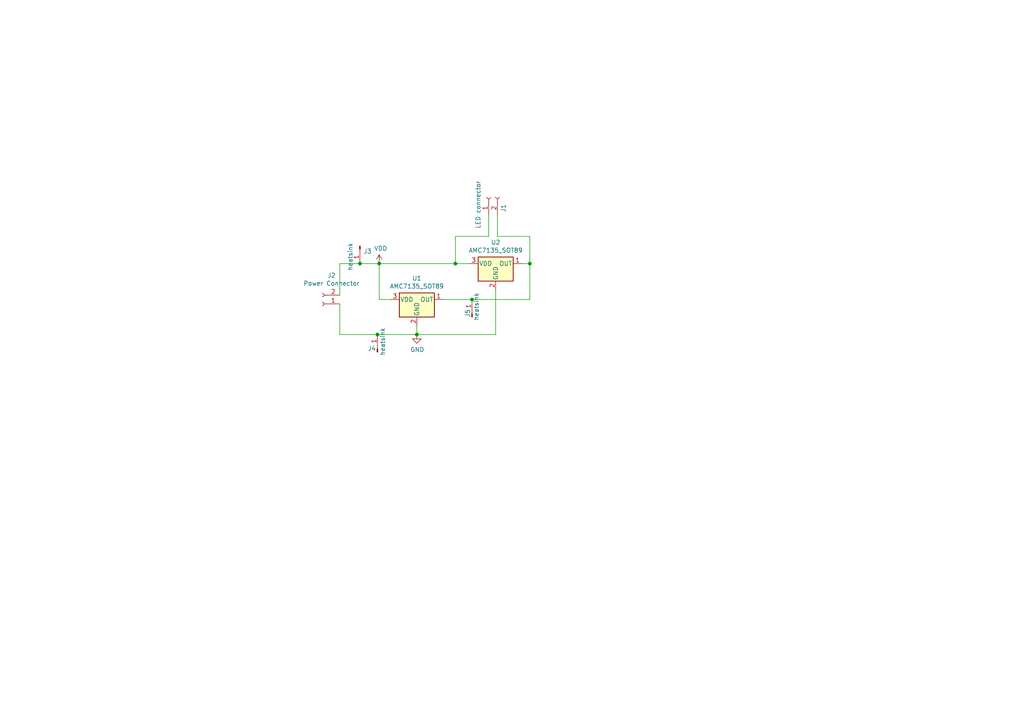
<source format=kicad_sch>
(kicad_sch (version 20230121) (generator eeschema)
  (paper "A4")
  (lib_symbols
    (symbol "amc7135_3w_driver-rescue:AMC7135_SOT89-freetronics_schematic" (pin_names (offset 0.254))
      (property "Reference" "U" (at -3.81 3.175 0))
      (property "Value" "freetronics_schematic_AMC7135_SOT89" (at -0.635 3.175 0))
      (symbol "AMC7135_SOT89-freetronics_schematic_0_1"
        (rectangle (start -5.08 1.905) (end 5.08 -5.08) (stroke (width 0.254)) (fill (type background)))
      )
      (symbol "AMC7135_SOT89-freetronics_schematic_1_1"
        (pin power_out line (at 7.62 0 180) (length 2.54) (name "OUT") (number "1"))
        (pin power_in line (at 0 -7.62 90) (length 2.54) (name "GND") (number "2"))
        (pin power_in line (at -7.62 0 0) (length 2.54) (name "VDD") (number "3"))
      )
    )
    (symbol "amc7135_3w_driver-rescue:Conn_01x01_Male-Connector" (pin_names (offset 1.016) hide)
      (property "Reference" "J" (at 0 2.54 0))
      (property "Value" "Connector_Conn_01x01_Male" (at 0 -2.54 0))
      (symbol "Conn_01x01_Male-Connector_1_1"
        (polyline (pts (xy 1.27 0) (xy 0.8636 0)) (stroke (width 0.1524)))
        (rectangle (start 0.8636 0.127) (end 0 -0.127) (stroke (width 0.1524)) (fill (type outline)))
        (pin passive line (at 5.08 0 180) (length 3.81) (name "Pin_1") (number "1"))
      )
    )
    (symbol "amc7135_3w_driver-rescue:Conn_01x02_Female-Connector" (pin_names (offset 1.016) hide)
      (property "Reference" "J" (at 0 2.54 0))
      (property "Value" "Connector_Conn_01x02_Female" (at 0 -5.08 0))
      (symbol "Conn_01x02_Female-Connector_1_1"
        (arc (start 0 -2.032) (mid -0.5058 -2.54) (end 0 -3.048) (stroke (width 0.1524)))
        (polyline (pts (xy -1.27 -2.54) (xy -0.508 -2.54)) (stroke (width 0.1524)))
        (polyline (pts (xy -1.27 0) (xy -0.508 0)) (stroke (width 0.1524)))
        (arc (start 0 0.508) (mid -0.5058 0) (end 0 -0.508) (stroke (width 0.1524)))
        (pin passive line (at -5.08 0 0) (length 3.81) (name "Pin_1") (number "1"))
        (pin passive line (at -5.08 -2.54 0) (length 3.81) (name "Pin_2") (number "2"))
      )
    )
    (symbol "power:GND" (power) (pin_names (offset 0))
      (property "Value" "GND" (at 0 -3.81 0))
      (symbol "GND_0_1"
        (polyline (pts (xy 0 0) (xy 0 -1.27) (xy 1.27 -1.27) (xy 0 -2.54) (xy -1.27 -1.27) (xy 0 -1.27)))
      )
      (symbol "GND_1_1"
        (pin power_in line (at 0 0 270) (length 0) hide (name "GND") (number "1"))
      )
    )
    (symbol "power:VDD" (power) (pin_names (offset 0))
      (property "Value" "VDD" (at 0 3.81 0))
      (symbol "VDD_0_1"
        (polyline (pts (xy -0.762 1.27) (xy 0 2.54)))
        (polyline (pts (xy 0 0) (xy 0 2.54)))
        (polyline (pts (xy 0 2.54) (xy 0.762 1.27)))
      )
      (symbol "VDD_1_1"
        (pin power_in line (at 0 0 90) (length 0) hide (name "VDD") (number "1"))
      )
    )
  )
  (junction (at 109.474 97.028))
  (junction (at 104.394 76.454))
  (junction (at 153.67 76.454))
  (junction (at 136.906 86.868))
  (junction (at 132.08 76.454))
  (junction (at 120.904 97.028))
  (junction (at 109.982 76.454))
  (wire (pts (xy 151.384 76.454) (xy 153.67 76.454)))
  (wire (pts (xy 98.552 76.454) (xy 98.552 85.598)))
  (wire (pts (xy 109.982 86.868) (xy 113.284 86.868)))
  (wire (pts (xy 153.67 76.454) (xy 153.67 86.868)))
  (wire (pts (xy 104.394 76.454) (xy 109.982 76.454)))
  (wire (pts (xy 144.272 68.58) (xy 144.272 62.23)))
  (wire (pts (xy 98.552 97.028) (xy 109.474 97.028)))
  (wire (pts (xy 128.524 86.868) (xy 136.906 86.868)))
  (wire (pts (xy 109.982 76.454) (xy 132.08 76.454)))
  (wire (pts (xy 132.08 68.58) (xy 132.08 76.454)))
  (wire (pts (xy 153.67 68.58) (xy 153.67 76.454)))
  (wire (pts (xy 141.732 68.58) (xy 132.08 68.58)))
  (wire (pts (xy 136.906 86.868) (xy 153.67 86.868)))
  (wire (pts (xy 136.144 76.454) (xy 132.08 76.454)))
  (wire (pts (xy 143.764 84.074) (xy 143.764 97.028)))
  (wire (pts (xy 120.904 94.488) (xy 120.904 97.028)))
  (wire (pts (xy 104.394 76.454) (xy 98.552 76.454)))
  (wire (pts (xy 98.552 88.138) (xy 98.552 97.028)))
  (wire (pts (xy 109.474 97.028) (xy 120.904 97.028)))
  (wire (pts (xy 109.982 76.454) (xy 109.982 86.868)))
  (wire (pts (xy 141.732 62.23) (xy 141.732 68.58)))
  (wire (pts (xy 143.764 97.028) (xy 120.904 97.028)))
  (wire (pts (xy 144.272 68.58) (xy 153.67 68.58)))
  (symbol (lib_id "amc7135_3w_driver-rescue:Conn_01x01_Male-Connector") (at 109.474 102.108 90) (unit 1)
    (property "Reference" "J4" (at 106.68 101.092 90) (effects (justify right)))
    (property "Value" "heatsink" (at 110.998 94.996 0) (effects (justify right)))
    (property "Footprint" "Connector_Pin:Pin_D1.0mm_L10.0mm_LooseFit" (effects hide))
  )
  (symbol (lib_id "amc7135_3w_driver-rescue:Conn_01x01_Male-Connector") (at 104.394 71.374 270) (unit 1)
    (property "Reference" "J3" (at 105.41 72.898 90) (effects (justify left)))
    (property "Value" "heatsink" (at 101.6 70.358 0) (effects (justify left)))
    (property "Footprint" "Connector_Pin:Pin_D1.0mm_L10.0mm_LooseFit" (effects hide))
  )
  (symbol (lib_id "amc7135_3w_driver-rescue:Conn_01x01_Male-Connector") (at 136.906 91.948 90) (unit 1)
    (property "Reference" "J5" (at 135.636 89.662 0) (effects (justify right)))
    (property "Value" "heatsink" (at 138.176 84.836 0) (effects (justify right)))
    (property "Footprint" "Connector_Pin:Pin_D1.0mm_L10.0mm_LooseFit" (effects hide))
  )
  (symbol (lib_id "amc7135_3w_driver-rescue:AMC7135_SOT89-freetronics_schematic") (at 120.904 86.868 0) (unit 1)
    (property "Reference" "U1" (at 120.904 80.7212 0))
    (property "Value" "AMC7135_SOT89" (at 120.904 83.0326 0))
    (property "Footprint" "freetronics_footprints:SOT89" (effects hide))
    (property "Datasheet" "http://www.fairchildsemi.com/ds/LM/LM78L05A.pdf" (effects hide))
  )
  (symbol (lib_id "amc7135_3w_driver-rescue:AMC7135_SOT89-freetronics_schematic") (at 143.764 76.454 0) (unit 1)
    (property "Reference" "U2" (at 143.764 70.3072 0))
    (property "Value" "AMC7135_SOT89" (at 143.764 72.6186 0))
    (property "Footprint" "freetronics_footprints:SOT89" (effects hide))
    (property "Datasheet" "http://www.fairchildsemi.com/ds/LM/LM78L05A.pdf" (effects hide))
  )
  (symbol (lib_id "power:VDD") (at 109.982 76.454 0) (unit 1)
    (property "Reference" "#PWR0101" (effects hide))
    (property "Value" "VDD" (at 110.4138 72.0598 0))
  )
  (symbol (lib_id "power:GND") (at 120.904 97.028 0) (unit 1)
    (property "Reference" "#PWR0102" (effects hide))
    (property "Value" "GND" (at 121.031 101.4222 0))
  )
  (symbol (lib_id "amc7135_3w_driver-rescue:Conn_01x02_Female-Connector") (at 141.732 57.15 90) (unit 1)
    (property "Reference" "J1" (at 146.05 59.182 0) (effects (justify right)))
    (property "Value" "LED connector" (at 138.684 52.324 0) (effects (justify right)))
    (property "Footprint" "Connector_PinHeader_2.54mm:PinHeader_1x02_P2.54mm_Vertical" (effects hide))
  )
  (symbol (lib_id "amc7135_3w_driver-rescue:Conn_01x02_Female-Connector") (at 93.472 88.138 180) (unit 1)
    (property "Reference" "J2" (at 96.1644 79.883 0))
    (property "Value" "Power Connector" (at 96.1644 82.1944 0))
    (property "Footprint" "Connector_PinHeader_2.54mm:PinHeader_1x02_P2.54mm_Vertical" (effects hide))
  )
)
</source>
